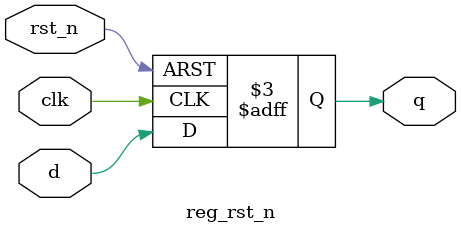
<source format=v>

module reg_rst_n
# (
    parameter w = 1
) 
(
    input                clk,
    input                rst_n,
    input      [w - 1:0] d,
    output reg [w - 1:0] q
);

    always @ (posedge clk or negedge rst_n)
        if (! rst_n)
            q <= { w { 1'b0 } };
        else
            q <= d;

endmodule

</source>
